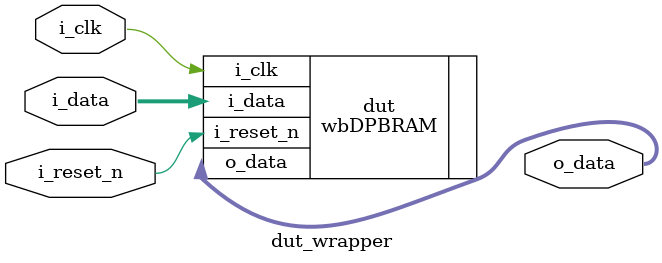
<source format=sv>
`timescale 1ps/1ps

module dut_wrapper(
    input wire i_clk,
    input wire i_reset_n,
    input wire [7:0] i_data,
    output wire [7:0] o_data
);

wbDPBRAM dut (
    .i_clk(i_clk),
    .i_reset_n(i_reset_n),
    .i_data(i_data),
    .o_data(o_data)
);

endmodule
</source>
